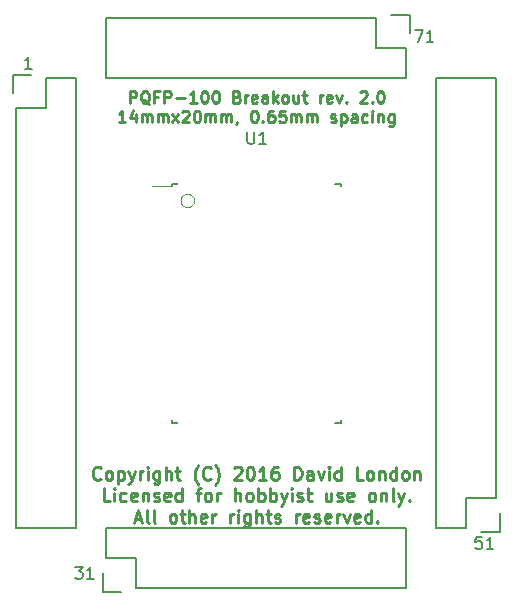
<source format=gto>
G04 #@! TF.FileFunction,Legend,Top*
%FSLAX46Y46*%
G04 Gerber Fmt 4.6, Leading zero omitted, Abs format (unit mm)*
G04 Created by KiCad (PCBNEW (2015-09-08 BZR 6170, Git 6269158)-product) date 8/14/2016 2:55:12 PM*
%MOMM*%
G01*
G04 APERTURE LIST*
%ADD10C,0.100000*%
%ADD11C,0.275000*%
%ADD12C,0.250000*%
%ADD13C,0.150000*%
%ADD14R,2.127200X2.127200*%
%ADD15O,2.127200X2.127200*%
%ADD16R,3.800000X0.830000*%
%ADD17R,3.400000X0.830000*%
%ADD18R,0.830000X3.400000*%
G04 APERTURE END LIST*
D10*
D11*
X135400002Y-121513857D02*
X135347621Y-121566238D01*
X135190478Y-121618619D01*
X135085716Y-121618619D01*
X134928574Y-121566238D01*
X134823812Y-121461476D01*
X134771431Y-121356714D01*
X134719050Y-121147190D01*
X134719050Y-120990048D01*
X134771431Y-120780524D01*
X134823812Y-120675762D01*
X134928574Y-120571000D01*
X135085716Y-120518619D01*
X135190478Y-120518619D01*
X135347621Y-120571000D01*
X135400002Y-120623381D01*
X136028574Y-121618619D02*
X135923812Y-121566238D01*
X135871431Y-121513857D01*
X135819050Y-121409095D01*
X135819050Y-121094810D01*
X135871431Y-120990048D01*
X135923812Y-120937667D01*
X136028574Y-120885286D01*
X136185716Y-120885286D01*
X136290478Y-120937667D01*
X136342859Y-120990048D01*
X136395240Y-121094810D01*
X136395240Y-121409095D01*
X136342859Y-121513857D01*
X136290478Y-121566238D01*
X136185716Y-121618619D01*
X136028574Y-121618619D01*
X136866669Y-120885286D02*
X136866669Y-121985286D01*
X136866669Y-120937667D02*
X136971431Y-120885286D01*
X137180954Y-120885286D01*
X137285716Y-120937667D01*
X137338097Y-120990048D01*
X137390478Y-121094810D01*
X137390478Y-121409095D01*
X137338097Y-121513857D01*
X137285716Y-121566238D01*
X137180954Y-121618619D01*
X136971431Y-121618619D01*
X136866669Y-121566238D01*
X137757145Y-120885286D02*
X138019050Y-121618619D01*
X138280954Y-120885286D02*
X138019050Y-121618619D01*
X137914288Y-121880524D01*
X137861907Y-121932905D01*
X137757145Y-121985286D01*
X138700002Y-121618619D02*
X138700002Y-120885286D01*
X138700002Y-121094810D02*
X138752383Y-120990048D01*
X138804764Y-120937667D01*
X138909526Y-120885286D01*
X139014287Y-120885286D01*
X139380954Y-121618619D02*
X139380954Y-120885286D01*
X139380954Y-120518619D02*
X139328573Y-120571000D01*
X139380954Y-120623381D01*
X139433335Y-120571000D01*
X139380954Y-120518619D01*
X139380954Y-120623381D01*
X140376192Y-120885286D02*
X140376192Y-121775762D01*
X140323811Y-121880524D01*
X140271430Y-121932905D01*
X140166669Y-121985286D01*
X140009526Y-121985286D01*
X139904764Y-121932905D01*
X140376192Y-121566238D02*
X140271430Y-121618619D01*
X140061907Y-121618619D01*
X139957145Y-121566238D01*
X139904764Y-121513857D01*
X139852383Y-121409095D01*
X139852383Y-121094810D01*
X139904764Y-120990048D01*
X139957145Y-120937667D01*
X140061907Y-120885286D01*
X140271430Y-120885286D01*
X140376192Y-120937667D01*
X140900002Y-121618619D02*
X140900002Y-120518619D01*
X141371430Y-121618619D02*
X141371430Y-121042429D01*
X141319049Y-120937667D01*
X141214287Y-120885286D01*
X141057145Y-120885286D01*
X140952383Y-120937667D01*
X140900002Y-120990048D01*
X141738097Y-120885286D02*
X142157145Y-120885286D01*
X141895240Y-120518619D02*
X141895240Y-121461476D01*
X141947621Y-121566238D01*
X142052383Y-121618619D01*
X142157145Y-121618619D01*
X143676191Y-122037667D02*
X143623811Y-121985286D01*
X143519049Y-121828143D01*
X143466668Y-121723381D01*
X143414287Y-121566238D01*
X143361906Y-121304333D01*
X143361906Y-121094810D01*
X143414287Y-120832905D01*
X143466668Y-120675762D01*
X143519049Y-120571000D01*
X143623811Y-120413857D01*
X143676191Y-120361476D01*
X144723810Y-121513857D02*
X144671429Y-121566238D01*
X144514286Y-121618619D01*
X144409524Y-121618619D01*
X144252382Y-121566238D01*
X144147620Y-121461476D01*
X144095239Y-121356714D01*
X144042858Y-121147190D01*
X144042858Y-120990048D01*
X144095239Y-120780524D01*
X144147620Y-120675762D01*
X144252382Y-120571000D01*
X144409524Y-120518619D01*
X144514286Y-120518619D01*
X144671429Y-120571000D01*
X144723810Y-120623381D01*
X145090477Y-122037667D02*
X145142858Y-121985286D01*
X145247620Y-121828143D01*
X145300001Y-121723381D01*
X145352382Y-121566238D01*
X145404763Y-121304333D01*
X145404763Y-121094810D01*
X145352382Y-120832905D01*
X145300001Y-120675762D01*
X145247620Y-120571000D01*
X145142858Y-120413857D01*
X145090477Y-120361476D01*
X146714286Y-120623381D02*
X146766667Y-120571000D01*
X146871429Y-120518619D01*
X147133333Y-120518619D01*
X147238095Y-120571000D01*
X147290476Y-120623381D01*
X147342857Y-120728143D01*
X147342857Y-120832905D01*
X147290476Y-120990048D01*
X146661905Y-121618619D01*
X147342857Y-121618619D01*
X148023810Y-120518619D02*
X148128571Y-120518619D01*
X148233333Y-120571000D01*
X148285714Y-120623381D01*
X148338095Y-120728143D01*
X148390476Y-120937667D01*
X148390476Y-121199571D01*
X148338095Y-121409095D01*
X148285714Y-121513857D01*
X148233333Y-121566238D01*
X148128571Y-121618619D01*
X148023810Y-121618619D01*
X147919048Y-121566238D01*
X147866667Y-121513857D01*
X147814286Y-121409095D01*
X147761905Y-121199571D01*
X147761905Y-120937667D01*
X147814286Y-120728143D01*
X147866667Y-120623381D01*
X147919048Y-120571000D01*
X148023810Y-120518619D01*
X149438095Y-121618619D02*
X148809524Y-121618619D01*
X149123810Y-121618619D02*
X149123810Y-120518619D01*
X149019048Y-120675762D01*
X148914286Y-120780524D01*
X148809524Y-120832905D01*
X150380952Y-120518619D02*
X150171429Y-120518619D01*
X150066667Y-120571000D01*
X150014286Y-120623381D01*
X149909524Y-120780524D01*
X149857143Y-120990048D01*
X149857143Y-121409095D01*
X149909524Y-121513857D01*
X149961905Y-121566238D01*
X150066667Y-121618619D01*
X150276190Y-121618619D01*
X150380952Y-121566238D01*
X150433333Y-121513857D01*
X150485714Y-121409095D01*
X150485714Y-121147190D01*
X150433333Y-121042429D01*
X150380952Y-120990048D01*
X150276190Y-120937667D01*
X150066667Y-120937667D01*
X149961905Y-120990048D01*
X149909524Y-121042429D01*
X149857143Y-121147190D01*
X151795238Y-121618619D02*
X151795238Y-120518619D01*
X152057143Y-120518619D01*
X152214285Y-120571000D01*
X152319047Y-120675762D01*
X152371428Y-120780524D01*
X152423809Y-120990048D01*
X152423809Y-121147190D01*
X152371428Y-121356714D01*
X152319047Y-121461476D01*
X152214285Y-121566238D01*
X152057143Y-121618619D01*
X151795238Y-121618619D01*
X153366666Y-121618619D02*
X153366666Y-121042429D01*
X153314285Y-120937667D01*
X153209523Y-120885286D01*
X153000000Y-120885286D01*
X152895238Y-120937667D01*
X153366666Y-121566238D02*
X153261904Y-121618619D01*
X153000000Y-121618619D01*
X152895238Y-121566238D01*
X152842857Y-121461476D01*
X152842857Y-121356714D01*
X152895238Y-121251952D01*
X153000000Y-121199571D01*
X153261904Y-121199571D01*
X153366666Y-121147190D01*
X153785714Y-120885286D02*
X154047619Y-121618619D01*
X154309523Y-120885286D01*
X154728571Y-121618619D02*
X154728571Y-120885286D01*
X154728571Y-120518619D02*
X154676190Y-120571000D01*
X154728571Y-120623381D01*
X154780952Y-120571000D01*
X154728571Y-120518619D01*
X154728571Y-120623381D01*
X155723809Y-121618619D02*
X155723809Y-120518619D01*
X155723809Y-121566238D02*
X155619047Y-121618619D01*
X155409524Y-121618619D01*
X155304762Y-121566238D01*
X155252381Y-121513857D01*
X155200000Y-121409095D01*
X155200000Y-121094810D01*
X155252381Y-120990048D01*
X155304762Y-120937667D01*
X155409524Y-120885286D01*
X155619047Y-120885286D01*
X155723809Y-120937667D01*
X157609523Y-121618619D02*
X157085714Y-121618619D01*
X157085714Y-120518619D01*
X158133333Y-121618619D02*
X158028571Y-121566238D01*
X157976190Y-121513857D01*
X157923809Y-121409095D01*
X157923809Y-121094810D01*
X157976190Y-120990048D01*
X158028571Y-120937667D01*
X158133333Y-120885286D01*
X158290475Y-120885286D01*
X158395237Y-120937667D01*
X158447618Y-120990048D01*
X158499999Y-121094810D01*
X158499999Y-121409095D01*
X158447618Y-121513857D01*
X158395237Y-121566238D01*
X158290475Y-121618619D01*
X158133333Y-121618619D01*
X158971428Y-120885286D02*
X158971428Y-121618619D01*
X158971428Y-120990048D02*
X159023809Y-120937667D01*
X159128571Y-120885286D01*
X159285713Y-120885286D01*
X159390475Y-120937667D01*
X159442856Y-121042429D01*
X159442856Y-121618619D01*
X160438094Y-121618619D02*
X160438094Y-120518619D01*
X160438094Y-121566238D02*
X160333332Y-121618619D01*
X160123809Y-121618619D01*
X160019047Y-121566238D01*
X159966666Y-121513857D01*
X159914285Y-121409095D01*
X159914285Y-121094810D01*
X159966666Y-120990048D01*
X160019047Y-120937667D01*
X160123809Y-120885286D01*
X160333332Y-120885286D01*
X160438094Y-120937667D01*
X161119047Y-121618619D02*
X161014285Y-121566238D01*
X160961904Y-121513857D01*
X160909523Y-121409095D01*
X160909523Y-121094810D01*
X160961904Y-120990048D01*
X161014285Y-120937667D01*
X161119047Y-120885286D01*
X161276189Y-120885286D01*
X161380951Y-120937667D01*
X161433332Y-120990048D01*
X161485713Y-121094810D01*
X161485713Y-121409095D01*
X161433332Y-121513857D01*
X161380951Y-121566238D01*
X161276189Y-121618619D01*
X161119047Y-121618619D01*
X161957142Y-120885286D02*
X161957142Y-121618619D01*
X161957142Y-120990048D02*
X162009523Y-120937667D01*
X162114285Y-120885286D01*
X162271427Y-120885286D01*
X162376189Y-120937667D01*
X162428570Y-121042429D01*
X162428570Y-121618619D01*
X136185716Y-123433619D02*
X135661907Y-123433619D01*
X135661907Y-122333619D01*
X136552383Y-123433619D02*
X136552383Y-122700286D01*
X136552383Y-122333619D02*
X136500002Y-122386000D01*
X136552383Y-122438381D01*
X136604764Y-122386000D01*
X136552383Y-122333619D01*
X136552383Y-122438381D01*
X137547621Y-123381238D02*
X137442859Y-123433619D01*
X137233336Y-123433619D01*
X137128574Y-123381238D01*
X137076193Y-123328857D01*
X137023812Y-123224095D01*
X137023812Y-122909810D01*
X137076193Y-122805048D01*
X137128574Y-122752667D01*
X137233336Y-122700286D01*
X137442859Y-122700286D01*
X137547621Y-122752667D01*
X138438097Y-123381238D02*
X138333335Y-123433619D01*
X138123812Y-123433619D01*
X138019050Y-123381238D01*
X137966669Y-123276476D01*
X137966669Y-122857429D01*
X138019050Y-122752667D01*
X138123812Y-122700286D01*
X138333335Y-122700286D01*
X138438097Y-122752667D01*
X138490478Y-122857429D01*
X138490478Y-122962190D01*
X137966669Y-123066952D01*
X138961907Y-122700286D02*
X138961907Y-123433619D01*
X138961907Y-122805048D02*
X139014288Y-122752667D01*
X139119050Y-122700286D01*
X139276192Y-122700286D01*
X139380954Y-122752667D01*
X139433335Y-122857429D01*
X139433335Y-123433619D01*
X139904764Y-123381238D02*
X140009526Y-123433619D01*
X140219050Y-123433619D01*
X140323811Y-123381238D01*
X140376192Y-123276476D01*
X140376192Y-123224095D01*
X140323811Y-123119333D01*
X140219050Y-123066952D01*
X140061907Y-123066952D01*
X139957145Y-123014571D01*
X139904764Y-122909810D01*
X139904764Y-122857429D01*
X139957145Y-122752667D01*
X140061907Y-122700286D01*
X140219050Y-122700286D01*
X140323811Y-122752667D01*
X141266668Y-123381238D02*
X141161906Y-123433619D01*
X140952383Y-123433619D01*
X140847621Y-123381238D01*
X140795240Y-123276476D01*
X140795240Y-122857429D01*
X140847621Y-122752667D01*
X140952383Y-122700286D01*
X141161906Y-122700286D01*
X141266668Y-122752667D01*
X141319049Y-122857429D01*
X141319049Y-122962190D01*
X140795240Y-123066952D01*
X142261906Y-123433619D02*
X142261906Y-122333619D01*
X142261906Y-123381238D02*
X142157144Y-123433619D01*
X141947621Y-123433619D01*
X141842859Y-123381238D01*
X141790478Y-123328857D01*
X141738097Y-123224095D01*
X141738097Y-122909810D01*
X141790478Y-122805048D01*
X141842859Y-122752667D01*
X141947621Y-122700286D01*
X142157144Y-122700286D01*
X142261906Y-122752667D01*
X143466668Y-122700286D02*
X143885716Y-122700286D01*
X143623811Y-123433619D02*
X143623811Y-122490762D01*
X143676192Y-122386000D01*
X143780954Y-122333619D01*
X143885716Y-122333619D01*
X144409525Y-123433619D02*
X144304763Y-123381238D01*
X144252382Y-123328857D01*
X144200001Y-123224095D01*
X144200001Y-122909810D01*
X144252382Y-122805048D01*
X144304763Y-122752667D01*
X144409525Y-122700286D01*
X144566667Y-122700286D01*
X144671429Y-122752667D01*
X144723810Y-122805048D01*
X144776191Y-122909810D01*
X144776191Y-123224095D01*
X144723810Y-123328857D01*
X144671429Y-123381238D01*
X144566667Y-123433619D01*
X144409525Y-123433619D01*
X145247620Y-123433619D02*
X145247620Y-122700286D01*
X145247620Y-122909810D02*
X145300001Y-122805048D01*
X145352382Y-122752667D01*
X145457144Y-122700286D01*
X145561905Y-122700286D01*
X146766667Y-123433619D02*
X146766667Y-122333619D01*
X147238095Y-123433619D02*
X147238095Y-122857429D01*
X147185714Y-122752667D01*
X147080952Y-122700286D01*
X146923810Y-122700286D01*
X146819048Y-122752667D01*
X146766667Y-122805048D01*
X147919048Y-123433619D02*
X147814286Y-123381238D01*
X147761905Y-123328857D01*
X147709524Y-123224095D01*
X147709524Y-122909810D01*
X147761905Y-122805048D01*
X147814286Y-122752667D01*
X147919048Y-122700286D01*
X148076190Y-122700286D01*
X148180952Y-122752667D01*
X148233333Y-122805048D01*
X148285714Y-122909810D01*
X148285714Y-123224095D01*
X148233333Y-123328857D01*
X148180952Y-123381238D01*
X148076190Y-123433619D01*
X147919048Y-123433619D01*
X148757143Y-123433619D02*
X148757143Y-122333619D01*
X148757143Y-122752667D02*
X148861905Y-122700286D01*
X149071428Y-122700286D01*
X149176190Y-122752667D01*
X149228571Y-122805048D01*
X149280952Y-122909810D01*
X149280952Y-123224095D01*
X149228571Y-123328857D01*
X149176190Y-123381238D01*
X149071428Y-123433619D01*
X148861905Y-123433619D01*
X148757143Y-123381238D01*
X149752381Y-123433619D02*
X149752381Y-122333619D01*
X149752381Y-122752667D02*
X149857143Y-122700286D01*
X150066666Y-122700286D01*
X150171428Y-122752667D01*
X150223809Y-122805048D01*
X150276190Y-122909810D01*
X150276190Y-123224095D01*
X150223809Y-123328857D01*
X150171428Y-123381238D01*
X150066666Y-123433619D01*
X149857143Y-123433619D01*
X149752381Y-123381238D01*
X150642857Y-122700286D02*
X150904762Y-123433619D01*
X151166666Y-122700286D02*
X150904762Y-123433619D01*
X150800000Y-123695524D01*
X150747619Y-123747905D01*
X150642857Y-123800286D01*
X151585714Y-123433619D02*
X151585714Y-122700286D01*
X151585714Y-122333619D02*
X151533333Y-122386000D01*
X151585714Y-122438381D01*
X151638095Y-122386000D01*
X151585714Y-122333619D01*
X151585714Y-122438381D01*
X152057143Y-123381238D02*
X152161905Y-123433619D01*
X152371429Y-123433619D01*
X152476190Y-123381238D01*
X152528571Y-123276476D01*
X152528571Y-123224095D01*
X152476190Y-123119333D01*
X152371429Y-123066952D01*
X152214286Y-123066952D01*
X152109524Y-123014571D01*
X152057143Y-122909810D01*
X152057143Y-122857429D01*
X152109524Y-122752667D01*
X152214286Y-122700286D01*
X152371429Y-122700286D01*
X152476190Y-122752667D01*
X152842857Y-122700286D02*
X153261905Y-122700286D01*
X153000000Y-122333619D02*
X153000000Y-123276476D01*
X153052381Y-123381238D01*
X153157143Y-123433619D01*
X153261905Y-123433619D01*
X154938094Y-122700286D02*
X154938094Y-123433619D01*
X154466666Y-122700286D02*
X154466666Y-123276476D01*
X154519047Y-123381238D01*
X154623809Y-123433619D01*
X154780951Y-123433619D01*
X154885713Y-123381238D01*
X154938094Y-123328857D01*
X155409523Y-123381238D02*
X155514285Y-123433619D01*
X155723809Y-123433619D01*
X155828570Y-123381238D01*
X155880951Y-123276476D01*
X155880951Y-123224095D01*
X155828570Y-123119333D01*
X155723809Y-123066952D01*
X155566666Y-123066952D01*
X155461904Y-123014571D01*
X155409523Y-122909810D01*
X155409523Y-122857429D01*
X155461904Y-122752667D01*
X155566666Y-122700286D01*
X155723809Y-122700286D01*
X155828570Y-122752667D01*
X156771427Y-123381238D02*
X156666665Y-123433619D01*
X156457142Y-123433619D01*
X156352380Y-123381238D01*
X156299999Y-123276476D01*
X156299999Y-122857429D01*
X156352380Y-122752667D01*
X156457142Y-122700286D01*
X156666665Y-122700286D01*
X156771427Y-122752667D01*
X156823808Y-122857429D01*
X156823808Y-122962190D01*
X156299999Y-123066952D01*
X158290475Y-123433619D02*
X158185713Y-123381238D01*
X158133332Y-123328857D01*
X158080951Y-123224095D01*
X158080951Y-122909810D01*
X158133332Y-122805048D01*
X158185713Y-122752667D01*
X158290475Y-122700286D01*
X158447617Y-122700286D01*
X158552379Y-122752667D01*
X158604760Y-122805048D01*
X158657141Y-122909810D01*
X158657141Y-123224095D01*
X158604760Y-123328857D01*
X158552379Y-123381238D01*
X158447617Y-123433619D01*
X158290475Y-123433619D01*
X159128570Y-122700286D02*
X159128570Y-123433619D01*
X159128570Y-122805048D02*
X159180951Y-122752667D01*
X159285713Y-122700286D01*
X159442855Y-122700286D01*
X159547617Y-122752667D01*
X159599998Y-122857429D01*
X159599998Y-123433619D01*
X160280951Y-123433619D02*
X160176189Y-123381238D01*
X160123808Y-123276476D01*
X160123808Y-122333619D01*
X160595236Y-122700286D02*
X160857141Y-123433619D01*
X161119045Y-122700286D02*
X160857141Y-123433619D01*
X160752379Y-123695524D01*
X160699998Y-123747905D01*
X160595236Y-123800286D01*
X161538093Y-123328857D02*
X161590474Y-123381238D01*
X161538093Y-123433619D01*
X161485712Y-123381238D01*
X161538093Y-123328857D01*
X161538093Y-123433619D01*
X138307146Y-124934333D02*
X138830955Y-124934333D01*
X138202384Y-125248619D02*
X138569051Y-124148619D01*
X138935717Y-125248619D01*
X139459527Y-125248619D02*
X139354765Y-125196238D01*
X139302384Y-125091476D01*
X139302384Y-124148619D01*
X140035717Y-125248619D02*
X139930955Y-125196238D01*
X139878574Y-125091476D01*
X139878574Y-124148619D01*
X141450002Y-125248619D02*
X141345240Y-125196238D01*
X141292859Y-125143857D01*
X141240478Y-125039095D01*
X141240478Y-124724810D01*
X141292859Y-124620048D01*
X141345240Y-124567667D01*
X141450002Y-124515286D01*
X141607144Y-124515286D01*
X141711906Y-124567667D01*
X141764287Y-124620048D01*
X141816668Y-124724810D01*
X141816668Y-125039095D01*
X141764287Y-125143857D01*
X141711906Y-125196238D01*
X141607144Y-125248619D01*
X141450002Y-125248619D01*
X142130954Y-124515286D02*
X142550002Y-124515286D01*
X142288097Y-124148619D02*
X142288097Y-125091476D01*
X142340478Y-125196238D01*
X142445240Y-125248619D01*
X142550002Y-125248619D01*
X142916668Y-125248619D02*
X142916668Y-124148619D01*
X143388096Y-125248619D02*
X143388096Y-124672429D01*
X143335715Y-124567667D01*
X143230953Y-124515286D01*
X143073811Y-124515286D01*
X142969049Y-124567667D01*
X142916668Y-124620048D01*
X144330953Y-125196238D02*
X144226191Y-125248619D01*
X144016668Y-125248619D01*
X143911906Y-125196238D01*
X143859525Y-125091476D01*
X143859525Y-124672429D01*
X143911906Y-124567667D01*
X144016668Y-124515286D01*
X144226191Y-124515286D01*
X144330953Y-124567667D01*
X144383334Y-124672429D01*
X144383334Y-124777190D01*
X143859525Y-124881952D01*
X144854763Y-125248619D02*
X144854763Y-124515286D01*
X144854763Y-124724810D02*
X144907144Y-124620048D01*
X144959525Y-124567667D01*
X145064287Y-124515286D01*
X145169048Y-124515286D01*
X146373810Y-125248619D02*
X146373810Y-124515286D01*
X146373810Y-124724810D02*
X146426191Y-124620048D01*
X146478572Y-124567667D01*
X146583334Y-124515286D01*
X146688095Y-124515286D01*
X147054762Y-125248619D02*
X147054762Y-124515286D01*
X147054762Y-124148619D02*
X147002381Y-124201000D01*
X147054762Y-124253381D01*
X147107143Y-124201000D01*
X147054762Y-124148619D01*
X147054762Y-124253381D01*
X148050000Y-124515286D02*
X148050000Y-125405762D01*
X147997619Y-125510524D01*
X147945238Y-125562905D01*
X147840477Y-125615286D01*
X147683334Y-125615286D01*
X147578572Y-125562905D01*
X148050000Y-125196238D02*
X147945238Y-125248619D01*
X147735715Y-125248619D01*
X147630953Y-125196238D01*
X147578572Y-125143857D01*
X147526191Y-125039095D01*
X147526191Y-124724810D01*
X147578572Y-124620048D01*
X147630953Y-124567667D01*
X147735715Y-124515286D01*
X147945238Y-124515286D01*
X148050000Y-124567667D01*
X148573810Y-125248619D02*
X148573810Y-124148619D01*
X149045238Y-125248619D02*
X149045238Y-124672429D01*
X148992857Y-124567667D01*
X148888095Y-124515286D01*
X148730953Y-124515286D01*
X148626191Y-124567667D01*
X148573810Y-124620048D01*
X149411905Y-124515286D02*
X149830953Y-124515286D01*
X149569048Y-124148619D02*
X149569048Y-125091476D01*
X149621429Y-125196238D01*
X149726191Y-125248619D01*
X149830953Y-125248619D01*
X150145238Y-125196238D02*
X150250000Y-125248619D01*
X150459524Y-125248619D01*
X150564285Y-125196238D01*
X150616666Y-125091476D01*
X150616666Y-125039095D01*
X150564285Y-124934333D01*
X150459524Y-124881952D01*
X150302381Y-124881952D01*
X150197619Y-124829571D01*
X150145238Y-124724810D01*
X150145238Y-124672429D01*
X150197619Y-124567667D01*
X150302381Y-124515286D01*
X150459524Y-124515286D01*
X150564285Y-124567667D01*
X151926190Y-125248619D02*
X151926190Y-124515286D01*
X151926190Y-124724810D02*
X151978571Y-124620048D01*
X152030952Y-124567667D01*
X152135714Y-124515286D01*
X152240475Y-124515286D01*
X153026189Y-125196238D02*
X152921427Y-125248619D01*
X152711904Y-125248619D01*
X152607142Y-125196238D01*
X152554761Y-125091476D01*
X152554761Y-124672429D01*
X152607142Y-124567667D01*
X152711904Y-124515286D01*
X152921427Y-124515286D01*
X153026189Y-124567667D01*
X153078570Y-124672429D01*
X153078570Y-124777190D01*
X152554761Y-124881952D01*
X153497618Y-125196238D02*
X153602380Y-125248619D01*
X153811904Y-125248619D01*
X153916665Y-125196238D01*
X153969046Y-125091476D01*
X153969046Y-125039095D01*
X153916665Y-124934333D01*
X153811904Y-124881952D01*
X153654761Y-124881952D01*
X153549999Y-124829571D01*
X153497618Y-124724810D01*
X153497618Y-124672429D01*
X153549999Y-124567667D01*
X153654761Y-124515286D01*
X153811904Y-124515286D01*
X153916665Y-124567667D01*
X154859522Y-125196238D02*
X154754760Y-125248619D01*
X154545237Y-125248619D01*
X154440475Y-125196238D01*
X154388094Y-125091476D01*
X154388094Y-124672429D01*
X154440475Y-124567667D01*
X154545237Y-124515286D01*
X154754760Y-124515286D01*
X154859522Y-124567667D01*
X154911903Y-124672429D01*
X154911903Y-124777190D01*
X154388094Y-124881952D01*
X155383332Y-125248619D02*
X155383332Y-124515286D01*
X155383332Y-124724810D02*
X155435713Y-124620048D01*
X155488094Y-124567667D01*
X155592856Y-124515286D01*
X155697617Y-124515286D01*
X155959522Y-124515286D02*
X156221427Y-125248619D01*
X156483331Y-124515286D01*
X157321426Y-125196238D02*
X157216664Y-125248619D01*
X157007141Y-125248619D01*
X156902379Y-125196238D01*
X156849998Y-125091476D01*
X156849998Y-124672429D01*
X156902379Y-124567667D01*
X157007141Y-124515286D01*
X157216664Y-124515286D01*
X157321426Y-124567667D01*
X157373807Y-124672429D01*
X157373807Y-124777190D01*
X156849998Y-124881952D01*
X158316664Y-125248619D02*
X158316664Y-124148619D01*
X158316664Y-125196238D02*
X158211902Y-125248619D01*
X158002379Y-125248619D01*
X157897617Y-125196238D01*
X157845236Y-125143857D01*
X157792855Y-125039095D01*
X157792855Y-124724810D01*
X157845236Y-124620048D01*
X157897617Y-124567667D01*
X158002379Y-124515286D01*
X158211902Y-124515286D01*
X158316664Y-124567667D01*
X158840474Y-125143857D02*
X158892855Y-125196238D01*
X158840474Y-125248619D01*
X158788093Y-125196238D01*
X158840474Y-125143857D01*
X158840474Y-125248619D01*
D10*
X142605143Y-98513810D02*
X142414667Y-98437619D01*
X142319428Y-98361429D01*
X142224190Y-98209048D01*
X142224190Y-97751905D01*
X142319428Y-97599524D01*
X142414667Y-97523333D01*
X142605143Y-97447143D01*
X142890857Y-97447143D01*
X143081333Y-97523333D01*
X143176571Y-97599524D01*
X143271809Y-97751905D01*
X143271809Y-98209048D01*
X143176571Y-98361429D01*
X143081333Y-98437619D01*
X142890857Y-98513810D01*
X142605143Y-98513810D01*
D12*
X137861904Y-89707381D02*
X137861904Y-88707381D01*
X138242857Y-88707381D01*
X138338095Y-88755000D01*
X138385714Y-88802619D01*
X138433333Y-88897857D01*
X138433333Y-89040714D01*
X138385714Y-89135952D01*
X138338095Y-89183571D01*
X138242857Y-89231190D01*
X137861904Y-89231190D01*
X139528571Y-89802619D02*
X139433333Y-89755000D01*
X139338095Y-89659762D01*
X139195238Y-89516905D01*
X139099999Y-89469286D01*
X139004761Y-89469286D01*
X139052380Y-89707381D02*
X138957142Y-89659762D01*
X138861904Y-89564524D01*
X138814285Y-89374048D01*
X138814285Y-89040714D01*
X138861904Y-88850238D01*
X138957142Y-88755000D01*
X139052380Y-88707381D01*
X139242857Y-88707381D01*
X139338095Y-88755000D01*
X139433333Y-88850238D01*
X139480952Y-89040714D01*
X139480952Y-89374048D01*
X139433333Y-89564524D01*
X139338095Y-89659762D01*
X139242857Y-89707381D01*
X139052380Y-89707381D01*
X140242857Y-89183571D02*
X139909523Y-89183571D01*
X139909523Y-89707381D02*
X139909523Y-88707381D01*
X140385714Y-88707381D01*
X140766666Y-89707381D02*
X140766666Y-88707381D01*
X141147619Y-88707381D01*
X141242857Y-88755000D01*
X141290476Y-88802619D01*
X141338095Y-88897857D01*
X141338095Y-89040714D01*
X141290476Y-89135952D01*
X141242857Y-89183571D01*
X141147619Y-89231190D01*
X140766666Y-89231190D01*
X141766666Y-89326429D02*
X142528571Y-89326429D01*
X143528571Y-89707381D02*
X142957142Y-89707381D01*
X143242856Y-89707381D02*
X143242856Y-88707381D01*
X143147618Y-88850238D01*
X143052380Y-88945476D01*
X142957142Y-88993095D01*
X144147618Y-88707381D02*
X144242857Y-88707381D01*
X144338095Y-88755000D01*
X144385714Y-88802619D01*
X144433333Y-88897857D01*
X144480952Y-89088333D01*
X144480952Y-89326429D01*
X144433333Y-89516905D01*
X144385714Y-89612143D01*
X144338095Y-89659762D01*
X144242857Y-89707381D01*
X144147618Y-89707381D01*
X144052380Y-89659762D01*
X144004761Y-89612143D01*
X143957142Y-89516905D01*
X143909523Y-89326429D01*
X143909523Y-89088333D01*
X143957142Y-88897857D01*
X144004761Y-88802619D01*
X144052380Y-88755000D01*
X144147618Y-88707381D01*
X145099999Y-88707381D02*
X145195238Y-88707381D01*
X145290476Y-88755000D01*
X145338095Y-88802619D01*
X145385714Y-88897857D01*
X145433333Y-89088333D01*
X145433333Y-89326429D01*
X145385714Y-89516905D01*
X145338095Y-89612143D01*
X145290476Y-89659762D01*
X145195238Y-89707381D01*
X145099999Y-89707381D01*
X145004761Y-89659762D01*
X144957142Y-89612143D01*
X144909523Y-89516905D01*
X144861904Y-89326429D01*
X144861904Y-89088333D01*
X144909523Y-88897857D01*
X144957142Y-88802619D01*
X145004761Y-88755000D01*
X145099999Y-88707381D01*
X146957143Y-89183571D02*
X147100000Y-89231190D01*
X147147619Y-89278810D01*
X147195238Y-89374048D01*
X147195238Y-89516905D01*
X147147619Y-89612143D01*
X147100000Y-89659762D01*
X147004762Y-89707381D01*
X146623809Y-89707381D01*
X146623809Y-88707381D01*
X146957143Y-88707381D01*
X147052381Y-88755000D01*
X147100000Y-88802619D01*
X147147619Y-88897857D01*
X147147619Y-88993095D01*
X147100000Y-89088333D01*
X147052381Y-89135952D01*
X146957143Y-89183571D01*
X146623809Y-89183571D01*
X147623809Y-89707381D02*
X147623809Y-89040714D01*
X147623809Y-89231190D02*
X147671428Y-89135952D01*
X147719047Y-89088333D01*
X147814285Y-89040714D01*
X147909524Y-89040714D01*
X148623810Y-89659762D02*
X148528572Y-89707381D01*
X148338095Y-89707381D01*
X148242857Y-89659762D01*
X148195238Y-89564524D01*
X148195238Y-89183571D01*
X148242857Y-89088333D01*
X148338095Y-89040714D01*
X148528572Y-89040714D01*
X148623810Y-89088333D01*
X148671429Y-89183571D01*
X148671429Y-89278810D01*
X148195238Y-89374048D01*
X149528572Y-89707381D02*
X149528572Y-89183571D01*
X149480953Y-89088333D01*
X149385715Y-89040714D01*
X149195238Y-89040714D01*
X149100000Y-89088333D01*
X149528572Y-89659762D02*
X149433334Y-89707381D01*
X149195238Y-89707381D01*
X149100000Y-89659762D01*
X149052381Y-89564524D01*
X149052381Y-89469286D01*
X149100000Y-89374048D01*
X149195238Y-89326429D01*
X149433334Y-89326429D01*
X149528572Y-89278810D01*
X150004762Y-89707381D02*
X150004762Y-88707381D01*
X150100000Y-89326429D02*
X150385715Y-89707381D01*
X150385715Y-89040714D02*
X150004762Y-89421667D01*
X150957143Y-89707381D02*
X150861905Y-89659762D01*
X150814286Y-89612143D01*
X150766667Y-89516905D01*
X150766667Y-89231190D01*
X150814286Y-89135952D01*
X150861905Y-89088333D01*
X150957143Y-89040714D01*
X151100001Y-89040714D01*
X151195239Y-89088333D01*
X151242858Y-89135952D01*
X151290477Y-89231190D01*
X151290477Y-89516905D01*
X151242858Y-89612143D01*
X151195239Y-89659762D01*
X151100001Y-89707381D01*
X150957143Y-89707381D01*
X152147620Y-89040714D02*
X152147620Y-89707381D01*
X151719048Y-89040714D02*
X151719048Y-89564524D01*
X151766667Y-89659762D01*
X151861905Y-89707381D01*
X152004763Y-89707381D01*
X152100001Y-89659762D01*
X152147620Y-89612143D01*
X152480953Y-89040714D02*
X152861905Y-89040714D01*
X152623810Y-88707381D02*
X152623810Y-89564524D01*
X152671429Y-89659762D01*
X152766667Y-89707381D01*
X152861905Y-89707381D01*
X153957144Y-89707381D02*
X153957144Y-89040714D01*
X153957144Y-89231190D02*
X154004763Y-89135952D01*
X154052382Y-89088333D01*
X154147620Y-89040714D01*
X154242859Y-89040714D01*
X154957145Y-89659762D02*
X154861907Y-89707381D01*
X154671430Y-89707381D01*
X154576192Y-89659762D01*
X154528573Y-89564524D01*
X154528573Y-89183571D01*
X154576192Y-89088333D01*
X154671430Y-89040714D01*
X154861907Y-89040714D01*
X154957145Y-89088333D01*
X155004764Y-89183571D01*
X155004764Y-89278810D01*
X154528573Y-89374048D01*
X155338097Y-89040714D02*
X155576192Y-89707381D01*
X155814288Y-89040714D01*
X156195240Y-89612143D02*
X156242859Y-89659762D01*
X156195240Y-89707381D01*
X156147621Y-89659762D01*
X156195240Y-89612143D01*
X156195240Y-89707381D01*
X157385716Y-88802619D02*
X157433335Y-88755000D01*
X157528573Y-88707381D01*
X157766669Y-88707381D01*
X157861907Y-88755000D01*
X157909526Y-88802619D01*
X157957145Y-88897857D01*
X157957145Y-88993095D01*
X157909526Y-89135952D01*
X157338097Y-89707381D01*
X157957145Y-89707381D01*
X158385716Y-89612143D02*
X158433335Y-89659762D01*
X158385716Y-89707381D01*
X158338097Y-89659762D01*
X158385716Y-89612143D01*
X158385716Y-89707381D01*
X159052382Y-88707381D02*
X159147621Y-88707381D01*
X159242859Y-88755000D01*
X159290478Y-88802619D01*
X159338097Y-88897857D01*
X159385716Y-89088333D01*
X159385716Y-89326429D01*
X159338097Y-89516905D01*
X159290478Y-89612143D01*
X159242859Y-89659762D01*
X159147621Y-89707381D01*
X159052382Y-89707381D01*
X158957144Y-89659762D01*
X158909525Y-89612143D01*
X158861906Y-89516905D01*
X158814287Y-89326429D01*
X158814287Y-89088333D01*
X158861906Y-88897857D01*
X158909525Y-88802619D01*
X158957144Y-88755000D01*
X159052382Y-88707381D01*
X137504763Y-91357381D02*
X136933334Y-91357381D01*
X137219048Y-91357381D02*
X137219048Y-90357381D01*
X137123810Y-90500238D01*
X137028572Y-90595476D01*
X136933334Y-90643095D01*
X138361906Y-90690714D02*
X138361906Y-91357381D01*
X138123810Y-90309762D02*
X137885715Y-91024048D01*
X138504763Y-91024048D01*
X138885715Y-91357381D02*
X138885715Y-90690714D01*
X138885715Y-90785952D02*
X138933334Y-90738333D01*
X139028572Y-90690714D01*
X139171430Y-90690714D01*
X139266668Y-90738333D01*
X139314287Y-90833571D01*
X139314287Y-91357381D01*
X139314287Y-90833571D02*
X139361906Y-90738333D01*
X139457144Y-90690714D01*
X139600001Y-90690714D01*
X139695239Y-90738333D01*
X139742858Y-90833571D01*
X139742858Y-91357381D01*
X140219048Y-91357381D02*
X140219048Y-90690714D01*
X140219048Y-90785952D02*
X140266667Y-90738333D01*
X140361905Y-90690714D01*
X140504763Y-90690714D01*
X140600001Y-90738333D01*
X140647620Y-90833571D01*
X140647620Y-91357381D01*
X140647620Y-90833571D02*
X140695239Y-90738333D01*
X140790477Y-90690714D01*
X140933334Y-90690714D01*
X141028572Y-90738333D01*
X141076191Y-90833571D01*
X141076191Y-91357381D01*
X141457143Y-91357381D02*
X141980953Y-90690714D01*
X141457143Y-90690714D02*
X141980953Y-91357381D01*
X142314286Y-90452619D02*
X142361905Y-90405000D01*
X142457143Y-90357381D01*
X142695239Y-90357381D01*
X142790477Y-90405000D01*
X142838096Y-90452619D01*
X142885715Y-90547857D01*
X142885715Y-90643095D01*
X142838096Y-90785952D01*
X142266667Y-91357381D01*
X142885715Y-91357381D01*
X143504762Y-90357381D02*
X143600001Y-90357381D01*
X143695239Y-90405000D01*
X143742858Y-90452619D01*
X143790477Y-90547857D01*
X143838096Y-90738333D01*
X143838096Y-90976429D01*
X143790477Y-91166905D01*
X143742858Y-91262143D01*
X143695239Y-91309762D01*
X143600001Y-91357381D01*
X143504762Y-91357381D01*
X143409524Y-91309762D01*
X143361905Y-91262143D01*
X143314286Y-91166905D01*
X143266667Y-90976429D01*
X143266667Y-90738333D01*
X143314286Y-90547857D01*
X143361905Y-90452619D01*
X143409524Y-90405000D01*
X143504762Y-90357381D01*
X144266667Y-91357381D02*
X144266667Y-90690714D01*
X144266667Y-90785952D02*
X144314286Y-90738333D01*
X144409524Y-90690714D01*
X144552382Y-90690714D01*
X144647620Y-90738333D01*
X144695239Y-90833571D01*
X144695239Y-91357381D01*
X144695239Y-90833571D02*
X144742858Y-90738333D01*
X144838096Y-90690714D01*
X144980953Y-90690714D01*
X145076191Y-90738333D01*
X145123810Y-90833571D01*
X145123810Y-91357381D01*
X145600000Y-91357381D02*
X145600000Y-90690714D01*
X145600000Y-90785952D02*
X145647619Y-90738333D01*
X145742857Y-90690714D01*
X145885715Y-90690714D01*
X145980953Y-90738333D01*
X146028572Y-90833571D01*
X146028572Y-91357381D01*
X146028572Y-90833571D02*
X146076191Y-90738333D01*
X146171429Y-90690714D01*
X146314286Y-90690714D01*
X146409524Y-90738333D01*
X146457143Y-90833571D01*
X146457143Y-91357381D01*
X146980952Y-91309762D02*
X146980952Y-91357381D01*
X146933333Y-91452619D01*
X146885714Y-91500238D01*
X148361904Y-90357381D02*
X148457143Y-90357381D01*
X148552381Y-90405000D01*
X148600000Y-90452619D01*
X148647619Y-90547857D01*
X148695238Y-90738333D01*
X148695238Y-90976429D01*
X148647619Y-91166905D01*
X148600000Y-91262143D01*
X148552381Y-91309762D01*
X148457143Y-91357381D01*
X148361904Y-91357381D01*
X148266666Y-91309762D01*
X148219047Y-91262143D01*
X148171428Y-91166905D01*
X148123809Y-90976429D01*
X148123809Y-90738333D01*
X148171428Y-90547857D01*
X148219047Y-90452619D01*
X148266666Y-90405000D01*
X148361904Y-90357381D01*
X149123809Y-91262143D02*
X149171428Y-91309762D01*
X149123809Y-91357381D01*
X149076190Y-91309762D01*
X149123809Y-91262143D01*
X149123809Y-91357381D01*
X150028571Y-90357381D02*
X149838094Y-90357381D01*
X149742856Y-90405000D01*
X149695237Y-90452619D01*
X149599999Y-90595476D01*
X149552380Y-90785952D01*
X149552380Y-91166905D01*
X149599999Y-91262143D01*
X149647618Y-91309762D01*
X149742856Y-91357381D01*
X149933333Y-91357381D01*
X150028571Y-91309762D01*
X150076190Y-91262143D01*
X150123809Y-91166905D01*
X150123809Y-90928810D01*
X150076190Y-90833571D01*
X150028571Y-90785952D01*
X149933333Y-90738333D01*
X149742856Y-90738333D01*
X149647618Y-90785952D01*
X149599999Y-90833571D01*
X149552380Y-90928810D01*
X151028571Y-90357381D02*
X150552380Y-90357381D01*
X150504761Y-90833571D01*
X150552380Y-90785952D01*
X150647618Y-90738333D01*
X150885714Y-90738333D01*
X150980952Y-90785952D01*
X151028571Y-90833571D01*
X151076190Y-90928810D01*
X151076190Y-91166905D01*
X151028571Y-91262143D01*
X150980952Y-91309762D01*
X150885714Y-91357381D01*
X150647618Y-91357381D01*
X150552380Y-91309762D01*
X150504761Y-91262143D01*
X151504761Y-91357381D02*
X151504761Y-90690714D01*
X151504761Y-90785952D02*
X151552380Y-90738333D01*
X151647618Y-90690714D01*
X151790476Y-90690714D01*
X151885714Y-90738333D01*
X151933333Y-90833571D01*
X151933333Y-91357381D01*
X151933333Y-90833571D02*
X151980952Y-90738333D01*
X152076190Y-90690714D01*
X152219047Y-90690714D01*
X152314285Y-90738333D01*
X152361904Y-90833571D01*
X152361904Y-91357381D01*
X152838094Y-91357381D02*
X152838094Y-90690714D01*
X152838094Y-90785952D02*
X152885713Y-90738333D01*
X152980951Y-90690714D01*
X153123809Y-90690714D01*
X153219047Y-90738333D01*
X153266666Y-90833571D01*
X153266666Y-91357381D01*
X153266666Y-90833571D02*
X153314285Y-90738333D01*
X153409523Y-90690714D01*
X153552380Y-90690714D01*
X153647618Y-90738333D01*
X153695237Y-90833571D01*
X153695237Y-91357381D01*
X154885713Y-91309762D02*
X154980951Y-91357381D01*
X155171427Y-91357381D01*
X155266666Y-91309762D01*
X155314285Y-91214524D01*
X155314285Y-91166905D01*
X155266666Y-91071667D01*
X155171427Y-91024048D01*
X155028570Y-91024048D01*
X154933332Y-90976429D01*
X154885713Y-90881190D01*
X154885713Y-90833571D01*
X154933332Y-90738333D01*
X155028570Y-90690714D01*
X155171427Y-90690714D01*
X155266666Y-90738333D01*
X155742856Y-90690714D02*
X155742856Y-91690714D01*
X155742856Y-90738333D02*
X155838094Y-90690714D01*
X156028571Y-90690714D01*
X156123809Y-90738333D01*
X156171428Y-90785952D01*
X156219047Y-90881190D01*
X156219047Y-91166905D01*
X156171428Y-91262143D01*
X156123809Y-91309762D01*
X156028571Y-91357381D01*
X155838094Y-91357381D01*
X155742856Y-91309762D01*
X157076190Y-91357381D02*
X157076190Y-90833571D01*
X157028571Y-90738333D01*
X156933333Y-90690714D01*
X156742856Y-90690714D01*
X156647618Y-90738333D01*
X157076190Y-91309762D02*
X156980952Y-91357381D01*
X156742856Y-91357381D01*
X156647618Y-91309762D01*
X156599999Y-91214524D01*
X156599999Y-91119286D01*
X156647618Y-91024048D01*
X156742856Y-90976429D01*
X156980952Y-90976429D01*
X157076190Y-90928810D01*
X157980952Y-91309762D02*
X157885714Y-91357381D01*
X157695237Y-91357381D01*
X157599999Y-91309762D01*
X157552380Y-91262143D01*
X157504761Y-91166905D01*
X157504761Y-90881190D01*
X157552380Y-90785952D01*
X157599999Y-90738333D01*
X157695237Y-90690714D01*
X157885714Y-90690714D01*
X157980952Y-90738333D01*
X158409523Y-91357381D02*
X158409523Y-90690714D01*
X158409523Y-90357381D02*
X158361904Y-90405000D01*
X158409523Y-90452619D01*
X158457142Y-90405000D01*
X158409523Y-90357381D01*
X158409523Y-90452619D01*
X158885713Y-90690714D02*
X158885713Y-91357381D01*
X158885713Y-90785952D02*
X158933332Y-90738333D01*
X159028570Y-90690714D01*
X159171428Y-90690714D01*
X159266666Y-90738333D01*
X159314285Y-90833571D01*
X159314285Y-91357381D01*
X160219047Y-90690714D02*
X160219047Y-91500238D01*
X160171428Y-91595476D01*
X160123809Y-91643095D01*
X160028570Y-91690714D01*
X159885713Y-91690714D01*
X159790475Y-91643095D01*
X160219047Y-91309762D02*
X160123809Y-91357381D01*
X159933332Y-91357381D01*
X159838094Y-91309762D01*
X159790475Y-91262143D01*
X159742856Y-91166905D01*
X159742856Y-90881190D01*
X159790475Y-90785952D01*
X159838094Y-90738333D01*
X159933332Y-90690714D01*
X160123809Y-90690714D01*
X160219047Y-90738333D01*
D13*
X133350000Y-125730000D02*
X133350000Y-87630000D01*
X128270000Y-90170000D02*
X128270000Y-125730000D01*
X133350000Y-125730000D02*
X128270000Y-125730000D01*
X133350000Y-87630000D02*
X130810000Y-87630000D01*
X129540000Y-87350000D02*
X127990000Y-87350000D01*
X130810000Y-87630000D02*
X130810000Y-90170000D01*
X130810000Y-90170000D02*
X128270000Y-90170000D01*
X127990000Y-87350000D02*
X127990000Y-88900000D01*
X161290000Y-125730000D02*
X135890000Y-125730000D01*
X138430000Y-130810000D02*
X161290000Y-130810000D01*
X161290000Y-125730000D02*
X161290000Y-130810000D01*
X135890000Y-125730000D02*
X135890000Y-128270000D01*
X135610000Y-129540000D02*
X135610000Y-131090000D01*
X135890000Y-128270000D02*
X138430000Y-128270000D01*
X138430000Y-128270000D02*
X138430000Y-130810000D01*
X135610000Y-131090000D02*
X137160000Y-131090000D01*
X163830000Y-87630000D02*
X163830000Y-125730000D01*
X168910000Y-123190000D02*
X168910000Y-87630000D01*
X163830000Y-87630000D02*
X168910000Y-87630000D01*
X163830000Y-125730000D02*
X166370000Y-125730000D01*
X167640000Y-126010000D02*
X169190000Y-126010000D01*
X166370000Y-125730000D02*
X166370000Y-123190000D01*
X166370000Y-123190000D02*
X168910000Y-123190000D01*
X169190000Y-126010000D02*
X169190000Y-124460000D01*
X135890000Y-87630000D02*
X161290000Y-87630000D01*
X158750000Y-82550000D02*
X135890000Y-82550000D01*
X135890000Y-87630000D02*
X135890000Y-82550000D01*
X161290000Y-87630000D02*
X161290000Y-85090000D01*
X161570000Y-83820000D02*
X161570000Y-82270000D01*
X161290000Y-85090000D02*
X158750000Y-85090000D01*
X158750000Y-85090000D02*
X158750000Y-82550000D01*
X161570000Y-82270000D02*
X160020000Y-82270000D01*
X141465000Y-96555000D02*
X141465000Y-96815000D01*
X155715000Y-96555000D02*
X155715000Y-96815000D01*
X155715000Y-116805000D02*
X155715000Y-116545000D01*
X141465000Y-116805000D02*
X141465000Y-116545000D01*
X141465000Y-96555000D02*
X141975000Y-96555000D01*
X141465000Y-116805000D02*
X141975000Y-116805000D01*
X155715000Y-116805000D02*
X155205000Y-116805000D01*
X155715000Y-96555000D02*
X155205000Y-96555000D01*
X141465000Y-96815000D02*
X139790000Y-96815000D01*
X129571715Y-86812381D02*
X129000286Y-86812381D01*
X129286000Y-86812381D02*
X129286000Y-85812381D01*
X129190762Y-85955238D01*
X129095524Y-86050476D01*
X129000286Y-86098095D01*
X133250476Y-128992381D02*
X133869524Y-128992381D01*
X133536190Y-129373333D01*
X133679048Y-129373333D01*
X133774286Y-129420952D01*
X133821905Y-129468571D01*
X133869524Y-129563810D01*
X133869524Y-129801905D01*
X133821905Y-129897143D01*
X133774286Y-129944762D01*
X133679048Y-129992381D01*
X133393333Y-129992381D01*
X133298095Y-129944762D01*
X133250476Y-129897143D01*
X134821905Y-129992381D02*
X134250476Y-129992381D01*
X134536190Y-129992381D02*
X134536190Y-128992381D01*
X134440952Y-129135238D01*
X134345714Y-129230476D01*
X134250476Y-129278095D01*
X167655905Y-126452381D02*
X167179714Y-126452381D01*
X167132095Y-126928571D01*
X167179714Y-126880952D01*
X167274952Y-126833333D01*
X167513048Y-126833333D01*
X167608286Y-126880952D01*
X167655905Y-126928571D01*
X167703524Y-127023810D01*
X167703524Y-127261905D01*
X167655905Y-127357143D01*
X167608286Y-127404762D01*
X167513048Y-127452381D01*
X167274952Y-127452381D01*
X167179714Y-127404762D01*
X167132095Y-127357143D01*
X168655905Y-127452381D02*
X168084476Y-127452381D01*
X168370190Y-127452381D02*
X168370190Y-126452381D01*
X168274952Y-126595238D01*
X168179714Y-126690476D01*
X168084476Y-126738095D01*
X162004476Y-83526381D02*
X162671143Y-83526381D01*
X162242571Y-84526381D01*
X163575905Y-84526381D02*
X163004476Y-84526381D01*
X163290190Y-84526381D02*
X163290190Y-83526381D01*
X163194952Y-83669238D01*
X163099714Y-83764476D01*
X163004476Y-83812095D01*
X147828095Y-92162381D02*
X147828095Y-92971905D01*
X147875714Y-93067143D01*
X147923333Y-93114762D01*
X148018571Y-93162381D01*
X148209048Y-93162381D01*
X148304286Y-93114762D01*
X148351905Y-93067143D01*
X148399524Y-92971905D01*
X148399524Y-92162381D01*
X149399524Y-93162381D02*
X148828095Y-93162381D01*
X149113809Y-93162381D02*
X149113809Y-92162381D01*
X149018571Y-92305238D01*
X148923333Y-92400476D01*
X148828095Y-92448095D01*
%LPC*%
D14*
X129540000Y-88900000D03*
D15*
X132080000Y-88900000D03*
X129540000Y-91440000D03*
X132080000Y-91440000D03*
X129540000Y-93980000D03*
X132080000Y-93980000D03*
X129540000Y-96520000D03*
X132080000Y-96520000D03*
X129540000Y-99060000D03*
X132080000Y-99060000D03*
X129540000Y-101600000D03*
X132080000Y-101600000D03*
X129540000Y-104140000D03*
X132080000Y-104140000D03*
X129540000Y-106680000D03*
X132080000Y-106680000D03*
X129540000Y-109220000D03*
X132080000Y-109220000D03*
X129540000Y-111760000D03*
X132080000Y-111760000D03*
X129540000Y-114300000D03*
X132080000Y-114300000D03*
X129540000Y-116840000D03*
X132080000Y-116840000D03*
X129540000Y-119380000D03*
X132080000Y-119380000D03*
X129540000Y-121920000D03*
X132080000Y-121920000D03*
X129540000Y-124460000D03*
X132080000Y-124460000D03*
D14*
X137160000Y-129540000D03*
D15*
X137160000Y-127000000D03*
X139700000Y-129540000D03*
X139700000Y-127000000D03*
X142240000Y-129540000D03*
X142240000Y-127000000D03*
X144780000Y-129540000D03*
X144780000Y-127000000D03*
X147320000Y-129540000D03*
X147320000Y-127000000D03*
X149860000Y-129540000D03*
X149860000Y-127000000D03*
X152400000Y-129540000D03*
X152400000Y-127000000D03*
X154940000Y-129540000D03*
X154940000Y-127000000D03*
X157480000Y-129540000D03*
X157480000Y-127000000D03*
X160020000Y-129540000D03*
X160020000Y-127000000D03*
D14*
X167640000Y-124460000D03*
D15*
X165100000Y-124460000D03*
X167640000Y-121920000D03*
X165100000Y-121920000D03*
X167640000Y-119380000D03*
X165100000Y-119380000D03*
X167640000Y-116840000D03*
X165100000Y-116840000D03*
X167640000Y-114300000D03*
X165100000Y-114300000D03*
X167640000Y-111760000D03*
X165100000Y-111760000D03*
X167640000Y-109220000D03*
X165100000Y-109220000D03*
X167640000Y-106680000D03*
X165100000Y-106680000D03*
X167640000Y-104140000D03*
X165100000Y-104140000D03*
X167640000Y-101600000D03*
X165100000Y-101600000D03*
X167640000Y-99060000D03*
X165100000Y-99060000D03*
X167640000Y-96520000D03*
X165100000Y-96520000D03*
X167640000Y-93980000D03*
X165100000Y-93980000D03*
X167640000Y-91440000D03*
X165100000Y-91440000D03*
X167640000Y-88900000D03*
X165100000Y-88900000D03*
D14*
X160020000Y-83820000D03*
D15*
X160020000Y-86360000D03*
X157480000Y-83820000D03*
X157480000Y-86360000D03*
X154940000Y-83820000D03*
X154940000Y-86360000D03*
X152400000Y-83820000D03*
X152400000Y-86360000D03*
X149860000Y-83820000D03*
X149860000Y-86360000D03*
X147320000Y-83820000D03*
X147320000Y-86360000D03*
X144780000Y-83820000D03*
X144780000Y-86360000D03*
X142240000Y-83820000D03*
X142240000Y-86360000D03*
X139700000Y-83820000D03*
X139700000Y-86360000D03*
X137160000Y-83820000D03*
X137160000Y-86360000D03*
D16*
X139890000Y-97255000D03*
D17*
X140090000Y-97905000D03*
X140090000Y-98555000D03*
X140090000Y-99205000D03*
X140090000Y-99855000D03*
X140090000Y-100505000D03*
X140090000Y-101155000D03*
X140090000Y-101805000D03*
X140090000Y-102455000D03*
X140090000Y-103105000D03*
X140090000Y-103755000D03*
X140090000Y-104405000D03*
X140090000Y-105055000D03*
X140090000Y-105705000D03*
X140090000Y-106355000D03*
X140090000Y-107005000D03*
X140090000Y-107655000D03*
X140090000Y-108305000D03*
X140090000Y-108955000D03*
X140090000Y-109605000D03*
X140090000Y-110255000D03*
X140090000Y-110905000D03*
X140090000Y-111555000D03*
X140090000Y-112205000D03*
X140090000Y-112855000D03*
X140090000Y-113505000D03*
X140090000Y-114155000D03*
X140090000Y-114805000D03*
X140090000Y-115455000D03*
X140090000Y-116105000D03*
D18*
X142415000Y-118180000D03*
X143065000Y-118180000D03*
X143715000Y-118180000D03*
X144365000Y-118180000D03*
X145015000Y-118180000D03*
X145665000Y-118180000D03*
X146315000Y-118180000D03*
X146965000Y-118180000D03*
X147615000Y-118180000D03*
X148265000Y-118180000D03*
X148915000Y-118180000D03*
X149565000Y-118180000D03*
X150215000Y-118180000D03*
X150865000Y-118180000D03*
X151515000Y-118180000D03*
X152165000Y-118180000D03*
X152815000Y-118180000D03*
X153465000Y-118180000D03*
X154115000Y-118180000D03*
X154765000Y-118180000D03*
D17*
X157090000Y-116105000D03*
X157090000Y-115455000D03*
X157090000Y-114805000D03*
X157090000Y-114155000D03*
X157090000Y-113505000D03*
X157090000Y-112855000D03*
X157090000Y-112205000D03*
X157090000Y-111555000D03*
X157090000Y-110905000D03*
X157090000Y-110255000D03*
X157090000Y-109605000D03*
X157090000Y-108955000D03*
X157090000Y-108305000D03*
X157090000Y-107655000D03*
X157090000Y-107005000D03*
X157090000Y-106355000D03*
X157090000Y-105705000D03*
X157090000Y-105055000D03*
X157090000Y-104405000D03*
X157090000Y-103755000D03*
X157090000Y-103105000D03*
X157090000Y-102455000D03*
X157090000Y-101805000D03*
X157090000Y-101155000D03*
X157090000Y-100505000D03*
X157090000Y-99855000D03*
X157090000Y-99205000D03*
X157090000Y-98555000D03*
X157090000Y-97905000D03*
X157090000Y-97255000D03*
D18*
X154765000Y-95180000D03*
X154115000Y-95180000D03*
X153465000Y-95180000D03*
X152815000Y-95180000D03*
X152165000Y-95180000D03*
X151515000Y-95180000D03*
X150865000Y-95180000D03*
X150215000Y-95180000D03*
X149565000Y-95180000D03*
X148915000Y-95180000D03*
X148265000Y-95180000D03*
X147615000Y-95180000D03*
X146965000Y-95180000D03*
X146315000Y-95180000D03*
X145665000Y-95180000D03*
X145015000Y-95180000D03*
X144365000Y-95180000D03*
X143715000Y-95180000D03*
X143065000Y-95180000D03*
X142415000Y-95180000D03*
M02*

</source>
